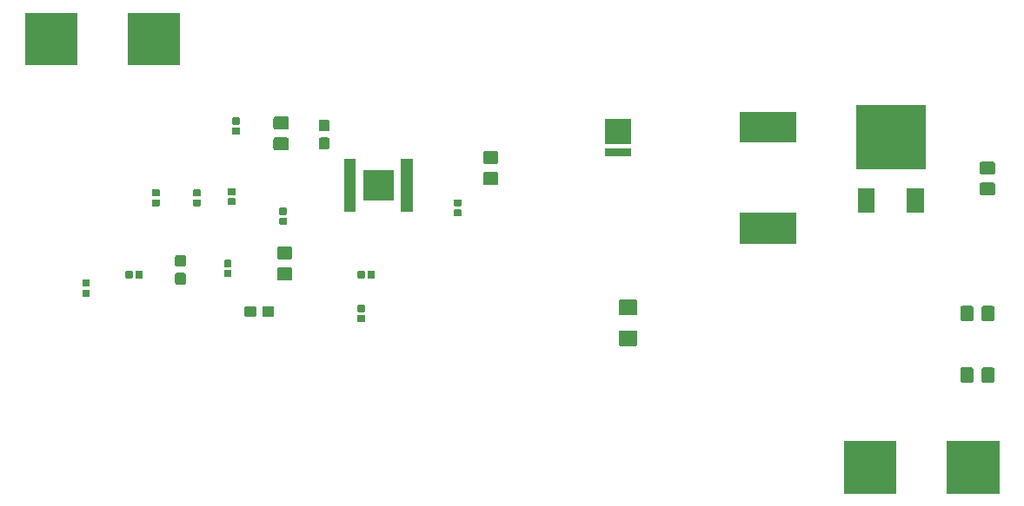
<source format=gbr>
G04 #@! TF.GenerationSoftware,KiCad,Pcbnew,5.0.2-bee76a0~70~ubuntu18.04.1*
G04 #@! TF.CreationDate,2019-04-11T17:57:36-07:00*
G04 #@! TF.ProjectId,BuckBoostInverter,4275636b-426f-46f7-9374-496e76657274,rev?*
G04 #@! TF.SameCoordinates,Original*
G04 #@! TF.FileFunction,Soldermask,Top*
G04 #@! TF.FilePolarity,Negative*
%FSLAX46Y46*%
G04 Gerber Fmt 4.6, Leading zero omitted, Abs format (unit mm)*
G04 Created by KiCad (PCBNEW 5.0.2-bee76a0~70~ubuntu18.04.1) date Thu 11 Apr 2019 05:57:36 PM PDT*
%MOMM*%
%LPD*%
G01*
G04 APERTURE LIST*
%ADD10C,0.100000*%
G04 APERTURE END LIST*
D10*
G36*
X167151000Y-118951000D02*
X162049000Y-118951000D01*
X162049000Y-113849000D01*
X167151000Y-113849000D01*
X167151000Y-118951000D01*
X167151000Y-118951000D01*
G37*
G36*
X157151000Y-118951000D02*
X152049000Y-118951000D01*
X152049000Y-113849000D01*
X157151000Y-113849000D01*
X157151000Y-118951000D01*
X157151000Y-118951000D01*
G37*
G36*
X164463677Y-106653465D02*
X164501364Y-106664898D01*
X164536103Y-106683466D01*
X164566548Y-106708452D01*
X164591534Y-106738897D01*
X164610102Y-106773636D01*
X164621535Y-106811323D01*
X164626000Y-106856661D01*
X164626000Y-107943339D01*
X164621535Y-107988677D01*
X164610102Y-108026364D01*
X164591534Y-108061103D01*
X164566548Y-108091548D01*
X164536103Y-108116534D01*
X164501364Y-108135102D01*
X164463677Y-108146535D01*
X164418339Y-108151000D01*
X163581661Y-108151000D01*
X163536323Y-108146535D01*
X163498636Y-108135102D01*
X163463897Y-108116534D01*
X163433452Y-108091548D01*
X163408466Y-108061103D01*
X163389898Y-108026364D01*
X163378465Y-107988677D01*
X163374000Y-107943339D01*
X163374000Y-106856661D01*
X163378465Y-106811323D01*
X163389898Y-106773636D01*
X163408466Y-106738897D01*
X163433452Y-106708452D01*
X163463897Y-106683466D01*
X163498636Y-106664898D01*
X163536323Y-106653465D01*
X163581661Y-106649000D01*
X164418339Y-106649000D01*
X164463677Y-106653465D01*
X164463677Y-106653465D01*
G37*
G36*
X166513677Y-106653465D02*
X166551364Y-106664898D01*
X166586103Y-106683466D01*
X166616548Y-106708452D01*
X166641534Y-106738897D01*
X166660102Y-106773636D01*
X166671535Y-106811323D01*
X166676000Y-106856661D01*
X166676000Y-107943339D01*
X166671535Y-107988677D01*
X166660102Y-108026364D01*
X166641534Y-108061103D01*
X166616548Y-108091548D01*
X166586103Y-108116534D01*
X166551364Y-108135102D01*
X166513677Y-108146535D01*
X166468339Y-108151000D01*
X165631661Y-108151000D01*
X165586323Y-108146535D01*
X165548636Y-108135102D01*
X165513897Y-108116534D01*
X165483452Y-108091548D01*
X165458466Y-108061103D01*
X165439898Y-108026364D01*
X165428465Y-107988677D01*
X165424000Y-107943339D01*
X165424000Y-106856661D01*
X165428465Y-106811323D01*
X165439898Y-106773636D01*
X165458466Y-106738897D01*
X165483452Y-106708452D01*
X165513897Y-106683466D01*
X165548636Y-106664898D01*
X165586323Y-106653465D01*
X165631661Y-106649000D01*
X166468339Y-106649000D01*
X166513677Y-106653465D01*
X166513677Y-106653465D01*
G37*
G36*
X131775562Y-103040681D02*
X131810477Y-103051273D01*
X131842665Y-103068478D01*
X131870873Y-103091627D01*
X131894022Y-103119835D01*
X131911227Y-103152023D01*
X131921819Y-103186938D01*
X131926000Y-103229395D01*
X131926000Y-104370605D01*
X131921819Y-104413062D01*
X131911227Y-104447977D01*
X131894022Y-104480165D01*
X131870873Y-104508373D01*
X131842665Y-104531522D01*
X131810477Y-104548727D01*
X131775562Y-104559319D01*
X131733105Y-104563500D01*
X130266895Y-104563500D01*
X130224438Y-104559319D01*
X130189523Y-104548727D01*
X130157335Y-104531522D01*
X130129127Y-104508373D01*
X130105978Y-104480165D01*
X130088773Y-104447977D01*
X130078181Y-104413062D01*
X130074000Y-104370605D01*
X130074000Y-103229395D01*
X130078181Y-103186938D01*
X130088773Y-103152023D01*
X130105978Y-103119835D01*
X130129127Y-103091627D01*
X130157335Y-103068478D01*
X130189523Y-103051273D01*
X130224438Y-103040681D01*
X130266895Y-103036500D01*
X131733105Y-103036500D01*
X131775562Y-103040681D01*
X131775562Y-103040681D01*
G37*
G36*
X105281938Y-101541716D02*
X105302556Y-101547970D01*
X105321556Y-101558126D01*
X105338208Y-101571792D01*
X105351874Y-101588444D01*
X105362030Y-101607444D01*
X105368284Y-101628062D01*
X105371000Y-101655640D01*
X105371000Y-102114360D01*
X105368284Y-102141938D01*
X105362030Y-102162556D01*
X105351874Y-102181556D01*
X105338208Y-102198208D01*
X105321556Y-102211874D01*
X105302556Y-102222030D01*
X105281938Y-102228284D01*
X105254360Y-102231000D01*
X104745640Y-102231000D01*
X104718062Y-102228284D01*
X104697444Y-102222030D01*
X104678444Y-102211874D01*
X104661792Y-102198208D01*
X104648126Y-102181556D01*
X104637970Y-102162556D01*
X104631716Y-102141938D01*
X104629000Y-102114360D01*
X104629000Y-101655640D01*
X104631716Y-101628062D01*
X104637970Y-101607444D01*
X104648126Y-101588444D01*
X104661792Y-101571792D01*
X104678444Y-101558126D01*
X104697444Y-101547970D01*
X104718062Y-101541716D01*
X104745640Y-101539000D01*
X105254360Y-101539000D01*
X105281938Y-101541716D01*
X105281938Y-101541716D01*
G37*
G36*
X166513677Y-100653465D02*
X166551364Y-100664898D01*
X166586103Y-100683466D01*
X166616548Y-100708452D01*
X166641534Y-100738897D01*
X166660102Y-100773636D01*
X166671535Y-100811323D01*
X166676000Y-100856661D01*
X166676000Y-101943339D01*
X166671535Y-101988677D01*
X166660102Y-102026364D01*
X166641534Y-102061103D01*
X166616548Y-102091548D01*
X166586103Y-102116534D01*
X166551364Y-102135102D01*
X166513677Y-102146535D01*
X166468339Y-102151000D01*
X165631661Y-102151000D01*
X165586323Y-102146535D01*
X165548636Y-102135102D01*
X165513897Y-102116534D01*
X165483452Y-102091548D01*
X165458466Y-102061103D01*
X165439898Y-102026364D01*
X165428465Y-101988677D01*
X165424000Y-101943339D01*
X165424000Y-100856661D01*
X165428465Y-100811323D01*
X165439898Y-100773636D01*
X165458466Y-100738897D01*
X165483452Y-100708452D01*
X165513897Y-100683466D01*
X165548636Y-100664898D01*
X165586323Y-100653465D01*
X165631661Y-100649000D01*
X166468339Y-100649000D01*
X166513677Y-100653465D01*
X166513677Y-100653465D01*
G37*
G36*
X164463677Y-100653465D02*
X164501364Y-100664898D01*
X164536103Y-100683466D01*
X164566548Y-100708452D01*
X164591534Y-100738897D01*
X164610102Y-100773636D01*
X164621535Y-100811323D01*
X164626000Y-100856661D01*
X164626000Y-101943339D01*
X164621535Y-101988677D01*
X164610102Y-102026364D01*
X164591534Y-102061103D01*
X164566548Y-102091548D01*
X164536103Y-102116534D01*
X164501364Y-102135102D01*
X164463677Y-102146535D01*
X164418339Y-102151000D01*
X163581661Y-102151000D01*
X163536323Y-102146535D01*
X163498636Y-102135102D01*
X163463897Y-102116534D01*
X163433452Y-102091548D01*
X163408466Y-102061103D01*
X163389898Y-102026364D01*
X163378465Y-101988677D01*
X163374000Y-101943339D01*
X163374000Y-100856661D01*
X163378465Y-100811323D01*
X163389898Y-100773636D01*
X163408466Y-100738897D01*
X163433452Y-100708452D01*
X163463897Y-100683466D01*
X163498636Y-100664898D01*
X163536323Y-100653465D01*
X163581661Y-100649000D01*
X164418339Y-100649000D01*
X164463677Y-100653465D01*
X164463677Y-100653465D01*
G37*
G36*
X96364499Y-100678445D02*
X96401993Y-100689819D01*
X96436557Y-100708294D01*
X96466847Y-100733153D01*
X96491706Y-100763443D01*
X96510181Y-100798007D01*
X96521555Y-100835501D01*
X96526000Y-100880638D01*
X96526000Y-101519362D01*
X96521555Y-101564499D01*
X96510181Y-101601993D01*
X96491706Y-101636557D01*
X96466847Y-101666847D01*
X96436557Y-101691706D01*
X96401993Y-101710181D01*
X96364499Y-101721555D01*
X96319362Y-101726000D01*
X95580638Y-101726000D01*
X95535501Y-101721555D01*
X95498007Y-101710181D01*
X95463443Y-101691706D01*
X95433153Y-101666847D01*
X95408294Y-101636557D01*
X95389819Y-101601993D01*
X95378445Y-101564499D01*
X95374000Y-101519362D01*
X95374000Y-100880638D01*
X95378445Y-100835501D01*
X95389819Y-100798007D01*
X95408294Y-100763443D01*
X95433153Y-100733153D01*
X95463443Y-100708294D01*
X95498007Y-100689819D01*
X95535501Y-100678445D01*
X95580638Y-100674000D01*
X96319362Y-100674000D01*
X96364499Y-100678445D01*
X96364499Y-100678445D01*
G37*
G36*
X94614499Y-100678445D02*
X94651993Y-100689819D01*
X94686557Y-100708294D01*
X94716847Y-100733153D01*
X94741706Y-100763443D01*
X94760181Y-100798007D01*
X94771555Y-100835501D01*
X94776000Y-100880638D01*
X94776000Y-101519362D01*
X94771555Y-101564499D01*
X94760181Y-101601993D01*
X94741706Y-101636557D01*
X94716847Y-101666847D01*
X94686557Y-101691706D01*
X94651993Y-101710181D01*
X94614499Y-101721555D01*
X94569362Y-101726000D01*
X93830638Y-101726000D01*
X93785501Y-101721555D01*
X93748007Y-101710181D01*
X93713443Y-101691706D01*
X93683153Y-101666847D01*
X93658294Y-101636557D01*
X93639819Y-101601993D01*
X93628445Y-101564499D01*
X93624000Y-101519362D01*
X93624000Y-100880638D01*
X93628445Y-100835501D01*
X93639819Y-100798007D01*
X93658294Y-100763443D01*
X93683153Y-100733153D01*
X93713443Y-100708294D01*
X93748007Y-100689819D01*
X93785501Y-100678445D01*
X93830638Y-100674000D01*
X94569362Y-100674000D01*
X94614499Y-100678445D01*
X94614499Y-100678445D01*
G37*
G36*
X131775562Y-100065681D02*
X131810477Y-100076273D01*
X131842665Y-100093478D01*
X131870873Y-100116627D01*
X131894022Y-100144835D01*
X131911227Y-100177023D01*
X131921819Y-100211938D01*
X131926000Y-100254395D01*
X131926000Y-101395605D01*
X131921819Y-101438062D01*
X131911227Y-101472977D01*
X131894022Y-101505165D01*
X131870873Y-101533373D01*
X131842665Y-101556522D01*
X131810477Y-101573727D01*
X131775562Y-101584319D01*
X131733105Y-101588500D01*
X130266895Y-101588500D01*
X130224438Y-101584319D01*
X130189523Y-101573727D01*
X130157335Y-101556522D01*
X130129127Y-101533373D01*
X130105978Y-101505165D01*
X130088773Y-101472977D01*
X130078181Y-101438062D01*
X130074000Y-101395605D01*
X130074000Y-100254395D01*
X130078181Y-100211938D01*
X130088773Y-100177023D01*
X130105978Y-100144835D01*
X130129127Y-100116627D01*
X130157335Y-100093478D01*
X130189523Y-100076273D01*
X130224438Y-100065681D01*
X130266895Y-100061500D01*
X131733105Y-100061500D01*
X131775562Y-100065681D01*
X131775562Y-100065681D01*
G37*
G36*
X105281938Y-100571716D02*
X105302556Y-100577970D01*
X105321556Y-100588126D01*
X105338208Y-100601792D01*
X105351874Y-100618444D01*
X105362030Y-100637444D01*
X105368284Y-100658062D01*
X105371000Y-100685640D01*
X105371000Y-101144360D01*
X105368284Y-101171938D01*
X105362030Y-101192556D01*
X105351874Y-101211556D01*
X105338208Y-101228208D01*
X105321556Y-101241874D01*
X105302556Y-101252030D01*
X105281938Y-101258284D01*
X105254360Y-101261000D01*
X104745640Y-101261000D01*
X104718062Y-101258284D01*
X104697444Y-101252030D01*
X104678444Y-101241874D01*
X104661792Y-101228208D01*
X104648126Y-101211556D01*
X104637970Y-101192556D01*
X104631716Y-101171938D01*
X104629000Y-101144360D01*
X104629000Y-100685640D01*
X104631716Y-100658062D01*
X104637970Y-100637444D01*
X104648126Y-100618444D01*
X104661792Y-100601792D01*
X104678444Y-100588126D01*
X104697444Y-100577970D01*
X104718062Y-100571716D01*
X104745640Y-100569000D01*
X105254360Y-100569000D01*
X105281938Y-100571716D01*
X105281938Y-100571716D01*
G37*
G36*
X78481938Y-99056716D02*
X78502556Y-99062970D01*
X78521556Y-99073126D01*
X78538208Y-99086792D01*
X78551874Y-99103444D01*
X78562030Y-99122444D01*
X78568284Y-99143062D01*
X78571000Y-99170640D01*
X78571000Y-99629360D01*
X78568284Y-99656938D01*
X78562030Y-99677556D01*
X78551874Y-99696556D01*
X78538208Y-99713208D01*
X78521556Y-99726874D01*
X78502556Y-99737030D01*
X78481938Y-99743284D01*
X78454360Y-99746000D01*
X77945640Y-99746000D01*
X77918062Y-99743284D01*
X77897444Y-99737030D01*
X77878444Y-99726874D01*
X77861792Y-99713208D01*
X77848126Y-99696556D01*
X77837970Y-99677556D01*
X77831716Y-99656938D01*
X77829000Y-99629360D01*
X77829000Y-99170640D01*
X77831716Y-99143062D01*
X77837970Y-99122444D01*
X77848126Y-99103444D01*
X77861792Y-99086792D01*
X77878444Y-99073126D01*
X77897444Y-99062970D01*
X77918062Y-99056716D01*
X77945640Y-99054000D01*
X78454360Y-99054000D01*
X78481938Y-99056716D01*
X78481938Y-99056716D01*
G37*
G36*
X78481938Y-98086716D02*
X78502556Y-98092970D01*
X78521556Y-98103126D01*
X78538208Y-98116792D01*
X78551874Y-98133444D01*
X78562030Y-98152444D01*
X78568284Y-98173062D01*
X78571000Y-98200640D01*
X78571000Y-98659360D01*
X78568284Y-98686938D01*
X78562030Y-98707556D01*
X78551874Y-98726556D01*
X78538208Y-98743208D01*
X78521556Y-98756874D01*
X78502556Y-98767030D01*
X78481938Y-98773284D01*
X78454360Y-98776000D01*
X77945640Y-98776000D01*
X77918062Y-98773284D01*
X77897444Y-98767030D01*
X77878444Y-98756874D01*
X77861792Y-98743208D01*
X77848126Y-98726556D01*
X77837970Y-98707556D01*
X77831716Y-98686938D01*
X77829000Y-98659360D01*
X77829000Y-98200640D01*
X77831716Y-98173062D01*
X77837970Y-98152444D01*
X77848126Y-98133444D01*
X77861792Y-98116792D01*
X77878444Y-98103126D01*
X77897444Y-98092970D01*
X77918062Y-98086716D01*
X77945640Y-98084000D01*
X78454360Y-98084000D01*
X78481938Y-98086716D01*
X78481938Y-98086716D01*
G37*
G36*
X87764499Y-97428445D02*
X87801993Y-97439819D01*
X87836557Y-97458294D01*
X87866847Y-97483153D01*
X87891706Y-97513443D01*
X87910181Y-97548007D01*
X87921555Y-97585501D01*
X87926000Y-97630638D01*
X87926000Y-98369362D01*
X87921555Y-98414499D01*
X87910181Y-98451993D01*
X87891706Y-98486557D01*
X87866847Y-98516847D01*
X87836557Y-98541706D01*
X87801993Y-98560181D01*
X87764499Y-98571555D01*
X87719362Y-98576000D01*
X87080638Y-98576000D01*
X87035501Y-98571555D01*
X86998007Y-98560181D01*
X86963443Y-98541706D01*
X86933153Y-98516847D01*
X86908294Y-98486557D01*
X86889819Y-98451993D01*
X86878445Y-98414499D01*
X86874000Y-98369362D01*
X86874000Y-97630638D01*
X86878445Y-97585501D01*
X86889819Y-97548007D01*
X86908294Y-97513443D01*
X86933153Y-97483153D01*
X86963443Y-97458294D01*
X86998007Y-97439819D01*
X87035501Y-97428445D01*
X87080638Y-97424000D01*
X87719362Y-97424000D01*
X87764499Y-97428445D01*
X87764499Y-97428445D01*
G37*
G36*
X98133677Y-96923465D02*
X98171364Y-96934898D01*
X98206103Y-96953466D01*
X98236548Y-96978452D01*
X98261534Y-97008897D01*
X98280102Y-97043636D01*
X98291535Y-97081323D01*
X98296000Y-97126661D01*
X98296000Y-97963339D01*
X98291535Y-98008677D01*
X98280102Y-98046364D01*
X98261534Y-98081103D01*
X98236548Y-98111548D01*
X98206103Y-98136534D01*
X98171364Y-98155102D01*
X98133677Y-98166535D01*
X98088339Y-98171000D01*
X97001661Y-98171000D01*
X96956323Y-98166535D01*
X96918636Y-98155102D01*
X96883897Y-98136534D01*
X96853452Y-98111548D01*
X96828466Y-98081103D01*
X96809898Y-98046364D01*
X96798465Y-98008677D01*
X96794000Y-97963339D01*
X96794000Y-97126661D01*
X96798465Y-97081323D01*
X96809898Y-97043636D01*
X96828466Y-97008897D01*
X96853452Y-96978452D01*
X96883897Y-96953466D01*
X96918636Y-96934898D01*
X96956323Y-96923465D01*
X97001661Y-96919000D01*
X98088339Y-96919000D01*
X98133677Y-96923465D01*
X98133677Y-96923465D01*
G37*
G36*
X106226938Y-97231716D02*
X106247556Y-97237970D01*
X106266556Y-97248126D01*
X106283208Y-97261792D01*
X106296874Y-97278444D01*
X106307030Y-97297444D01*
X106313284Y-97318062D01*
X106316000Y-97345640D01*
X106316000Y-97854360D01*
X106313284Y-97881938D01*
X106307030Y-97902556D01*
X106296874Y-97921556D01*
X106283208Y-97938208D01*
X106266556Y-97951874D01*
X106247556Y-97962030D01*
X106226938Y-97968284D01*
X106199360Y-97971000D01*
X105740640Y-97971000D01*
X105713062Y-97968284D01*
X105692444Y-97962030D01*
X105673444Y-97951874D01*
X105656792Y-97938208D01*
X105643126Y-97921556D01*
X105632970Y-97902556D01*
X105626716Y-97881938D01*
X105624000Y-97854360D01*
X105624000Y-97345640D01*
X105626716Y-97318062D01*
X105632970Y-97297444D01*
X105643126Y-97278444D01*
X105656792Y-97261792D01*
X105673444Y-97248126D01*
X105692444Y-97237970D01*
X105713062Y-97231716D01*
X105740640Y-97229000D01*
X106199360Y-97229000D01*
X106226938Y-97231716D01*
X106226938Y-97231716D01*
G37*
G36*
X83626938Y-97231716D02*
X83647556Y-97237970D01*
X83666556Y-97248126D01*
X83683208Y-97261792D01*
X83696874Y-97278444D01*
X83707030Y-97297444D01*
X83713284Y-97318062D01*
X83716000Y-97345640D01*
X83716000Y-97854360D01*
X83713284Y-97881938D01*
X83707030Y-97902556D01*
X83696874Y-97921556D01*
X83683208Y-97938208D01*
X83666556Y-97951874D01*
X83647556Y-97962030D01*
X83626938Y-97968284D01*
X83599360Y-97971000D01*
X83140640Y-97971000D01*
X83113062Y-97968284D01*
X83092444Y-97962030D01*
X83073444Y-97951874D01*
X83056792Y-97938208D01*
X83043126Y-97921556D01*
X83032970Y-97902556D01*
X83026716Y-97881938D01*
X83024000Y-97854360D01*
X83024000Y-97345640D01*
X83026716Y-97318062D01*
X83032970Y-97297444D01*
X83043126Y-97278444D01*
X83056792Y-97261792D01*
X83073444Y-97248126D01*
X83092444Y-97237970D01*
X83113062Y-97231716D01*
X83140640Y-97229000D01*
X83599360Y-97229000D01*
X83626938Y-97231716D01*
X83626938Y-97231716D01*
G37*
G36*
X82656938Y-97231716D02*
X82677556Y-97237970D01*
X82696556Y-97248126D01*
X82713208Y-97261792D01*
X82726874Y-97278444D01*
X82737030Y-97297444D01*
X82743284Y-97318062D01*
X82746000Y-97345640D01*
X82746000Y-97854360D01*
X82743284Y-97881938D01*
X82737030Y-97902556D01*
X82726874Y-97921556D01*
X82713208Y-97938208D01*
X82696556Y-97951874D01*
X82677556Y-97962030D01*
X82656938Y-97968284D01*
X82629360Y-97971000D01*
X82170640Y-97971000D01*
X82143062Y-97968284D01*
X82122444Y-97962030D01*
X82103444Y-97951874D01*
X82086792Y-97938208D01*
X82073126Y-97921556D01*
X82062970Y-97902556D01*
X82056716Y-97881938D01*
X82054000Y-97854360D01*
X82054000Y-97345640D01*
X82056716Y-97318062D01*
X82062970Y-97297444D01*
X82073126Y-97278444D01*
X82086792Y-97261792D01*
X82103444Y-97248126D01*
X82122444Y-97237970D01*
X82143062Y-97231716D01*
X82170640Y-97229000D01*
X82629360Y-97229000D01*
X82656938Y-97231716D01*
X82656938Y-97231716D01*
G37*
G36*
X105256938Y-97231716D02*
X105277556Y-97237970D01*
X105296556Y-97248126D01*
X105313208Y-97261792D01*
X105326874Y-97278444D01*
X105337030Y-97297444D01*
X105343284Y-97318062D01*
X105346000Y-97345640D01*
X105346000Y-97854360D01*
X105343284Y-97881938D01*
X105337030Y-97902556D01*
X105326874Y-97921556D01*
X105313208Y-97938208D01*
X105296556Y-97951874D01*
X105277556Y-97962030D01*
X105256938Y-97968284D01*
X105229360Y-97971000D01*
X104770640Y-97971000D01*
X104743062Y-97968284D01*
X104722444Y-97962030D01*
X104703444Y-97951874D01*
X104686792Y-97938208D01*
X104673126Y-97921556D01*
X104662970Y-97902556D01*
X104656716Y-97881938D01*
X104654000Y-97854360D01*
X104654000Y-97345640D01*
X104656716Y-97318062D01*
X104662970Y-97297444D01*
X104673126Y-97278444D01*
X104686792Y-97261792D01*
X104703444Y-97248126D01*
X104722444Y-97237970D01*
X104743062Y-97231716D01*
X104770640Y-97229000D01*
X105229360Y-97229000D01*
X105256938Y-97231716D01*
X105256938Y-97231716D01*
G37*
G36*
X92281938Y-97141716D02*
X92302556Y-97147970D01*
X92321556Y-97158126D01*
X92338208Y-97171792D01*
X92351874Y-97188444D01*
X92362030Y-97207444D01*
X92368284Y-97228062D01*
X92371000Y-97255640D01*
X92371000Y-97714360D01*
X92368284Y-97741938D01*
X92362030Y-97762556D01*
X92351874Y-97781556D01*
X92338208Y-97798208D01*
X92321556Y-97811874D01*
X92302556Y-97822030D01*
X92281938Y-97828284D01*
X92254360Y-97831000D01*
X91745640Y-97831000D01*
X91718062Y-97828284D01*
X91697444Y-97822030D01*
X91678444Y-97811874D01*
X91661792Y-97798208D01*
X91648126Y-97781556D01*
X91637970Y-97762556D01*
X91631716Y-97741938D01*
X91629000Y-97714360D01*
X91629000Y-97255640D01*
X91631716Y-97228062D01*
X91637970Y-97207444D01*
X91648126Y-97188444D01*
X91661792Y-97171792D01*
X91678444Y-97158126D01*
X91697444Y-97147970D01*
X91718062Y-97141716D01*
X91745640Y-97139000D01*
X92254360Y-97139000D01*
X92281938Y-97141716D01*
X92281938Y-97141716D01*
G37*
G36*
X92281938Y-96171716D02*
X92302556Y-96177970D01*
X92321556Y-96188126D01*
X92338208Y-96201792D01*
X92351874Y-96218444D01*
X92362030Y-96237444D01*
X92368284Y-96258062D01*
X92371000Y-96285640D01*
X92371000Y-96744360D01*
X92368284Y-96771938D01*
X92362030Y-96792556D01*
X92351874Y-96811556D01*
X92338208Y-96828208D01*
X92321556Y-96841874D01*
X92302556Y-96852030D01*
X92281938Y-96858284D01*
X92254360Y-96861000D01*
X91745640Y-96861000D01*
X91718062Y-96858284D01*
X91697444Y-96852030D01*
X91678444Y-96841874D01*
X91661792Y-96828208D01*
X91648126Y-96811556D01*
X91637970Y-96792556D01*
X91631716Y-96771938D01*
X91629000Y-96744360D01*
X91629000Y-96285640D01*
X91631716Y-96258062D01*
X91637970Y-96237444D01*
X91648126Y-96218444D01*
X91661792Y-96201792D01*
X91678444Y-96188126D01*
X91697444Y-96177970D01*
X91718062Y-96171716D01*
X91745640Y-96169000D01*
X92254360Y-96169000D01*
X92281938Y-96171716D01*
X92281938Y-96171716D01*
G37*
G36*
X87764499Y-95678445D02*
X87801993Y-95689819D01*
X87836557Y-95708294D01*
X87866847Y-95733153D01*
X87891706Y-95763443D01*
X87910181Y-95798007D01*
X87921555Y-95835501D01*
X87926000Y-95880638D01*
X87926000Y-96619362D01*
X87921555Y-96664499D01*
X87910181Y-96701993D01*
X87891706Y-96736557D01*
X87866847Y-96766847D01*
X87836557Y-96791706D01*
X87801993Y-96810181D01*
X87764499Y-96821555D01*
X87719362Y-96826000D01*
X87080638Y-96826000D01*
X87035501Y-96821555D01*
X86998007Y-96810181D01*
X86963443Y-96791706D01*
X86933153Y-96766847D01*
X86908294Y-96736557D01*
X86889819Y-96701993D01*
X86878445Y-96664499D01*
X86874000Y-96619362D01*
X86874000Y-95880638D01*
X86878445Y-95835501D01*
X86889819Y-95798007D01*
X86908294Y-95763443D01*
X86933153Y-95733153D01*
X86963443Y-95708294D01*
X86998007Y-95689819D01*
X87035501Y-95678445D01*
X87080638Y-95674000D01*
X87719362Y-95674000D01*
X87764499Y-95678445D01*
X87764499Y-95678445D01*
G37*
G36*
X98133677Y-94873465D02*
X98171364Y-94884898D01*
X98206103Y-94903466D01*
X98236548Y-94928452D01*
X98261534Y-94958897D01*
X98280102Y-94993636D01*
X98291535Y-95031323D01*
X98296000Y-95076661D01*
X98296000Y-95913339D01*
X98291535Y-95958677D01*
X98280102Y-95996364D01*
X98261534Y-96031103D01*
X98236548Y-96061548D01*
X98206103Y-96086534D01*
X98171364Y-96105102D01*
X98133677Y-96116535D01*
X98088339Y-96121000D01*
X97001661Y-96121000D01*
X96956323Y-96116535D01*
X96918636Y-96105102D01*
X96883897Y-96086534D01*
X96853452Y-96061548D01*
X96828466Y-96031103D01*
X96809898Y-95996364D01*
X96798465Y-95958677D01*
X96794000Y-95913339D01*
X96794000Y-95076661D01*
X96798465Y-95031323D01*
X96809898Y-94993636D01*
X96828466Y-94958897D01*
X96853452Y-94928452D01*
X96883897Y-94903466D01*
X96918636Y-94884898D01*
X96956323Y-94873465D01*
X97001661Y-94869000D01*
X98088339Y-94869000D01*
X98133677Y-94873465D01*
X98133677Y-94873465D01*
G37*
G36*
X147351000Y-94601000D02*
X141849000Y-94601000D01*
X141849000Y-91599000D01*
X147351000Y-91599000D01*
X147351000Y-94601000D01*
X147351000Y-94601000D01*
G37*
G36*
X97681938Y-92056716D02*
X97702556Y-92062970D01*
X97721556Y-92073126D01*
X97738208Y-92086792D01*
X97751874Y-92103444D01*
X97762030Y-92122444D01*
X97768284Y-92143062D01*
X97771000Y-92170640D01*
X97771000Y-92629360D01*
X97768284Y-92656938D01*
X97762030Y-92677556D01*
X97751874Y-92696556D01*
X97738208Y-92713208D01*
X97721556Y-92726874D01*
X97702556Y-92737030D01*
X97681938Y-92743284D01*
X97654360Y-92746000D01*
X97145640Y-92746000D01*
X97118062Y-92743284D01*
X97097444Y-92737030D01*
X97078444Y-92726874D01*
X97061792Y-92713208D01*
X97048126Y-92696556D01*
X97037970Y-92677556D01*
X97031716Y-92656938D01*
X97029000Y-92629360D01*
X97029000Y-92170640D01*
X97031716Y-92143062D01*
X97037970Y-92122444D01*
X97048126Y-92103444D01*
X97061792Y-92086792D01*
X97078444Y-92073126D01*
X97097444Y-92062970D01*
X97118062Y-92056716D01*
X97145640Y-92054000D01*
X97654360Y-92054000D01*
X97681938Y-92056716D01*
X97681938Y-92056716D01*
G37*
G36*
X114681938Y-91226716D02*
X114702556Y-91232970D01*
X114721556Y-91243126D01*
X114738208Y-91256792D01*
X114751874Y-91273444D01*
X114762030Y-91292444D01*
X114768284Y-91313062D01*
X114771000Y-91340640D01*
X114771000Y-91799360D01*
X114768284Y-91826938D01*
X114762030Y-91847556D01*
X114751874Y-91866556D01*
X114738208Y-91883208D01*
X114721556Y-91896874D01*
X114702556Y-91907030D01*
X114681938Y-91913284D01*
X114654360Y-91916000D01*
X114145640Y-91916000D01*
X114118062Y-91913284D01*
X114097444Y-91907030D01*
X114078444Y-91896874D01*
X114061792Y-91883208D01*
X114048126Y-91866556D01*
X114037970Y-91847556D01*
X114031716Y-91826938D01*
X114029000Y-91799360D01*
X114029000Y-91340640D01*
X114031716Y-91313062D01*
X114037970Y-91292444D01*
X114048126Y-91273444D01*
X114061792Y-91256792D01*
X114078444Y-91243126D01*
X114097444Y-91232970D01*
X114118062Y-91226716D01*
X114145640Y-91224000D01*
X114654360Y-91224000D01*
X114681938Y-91226716D01*
X114681938Y-91226716D01*
G37*
G36*
X97681938Y-91086716D02*
X97702556Y-91092970D01*
X97721556Y-91103126D01*
X97738208Y-91116792D01*
X97751874Y-91133444D01*
X97762030Y-91152444D01*
X97768284Y-91173062D01*
X97771000Y-91200640D01*
X97771000Y-91659360D01*
X97768284Y-91686938D01*
X97762030Y-91707556D01*
X97751874Y-91726556D01*
X97738208Y-91743208D01*
X97721556Y-91756874D01*
X97702556Y-91767030D01*
X97681938Y-91773284D01*
X97654360Y-91776000D01*
X97145640Y-91776000D01*
X97118062Y-91773284D01*
X97097444Y-91767030D01*
X97078444Y-91756874D01*
X97061792Y-91743208D01*
X97048126Y-91726556D01*
X97037970Y-91707556D01*
X97031716Y-91686938D01*
X97029000Y-91659360D01*
X97029000Y-91200640D01*
X97031716Y-91173062D01*
X97037970Y-91152444D01*
X97048126Y-91133444D01*
X97061792Y-91116792D01*
X97078444Y-91103126D01*
X97097444Y-91092970D01*
X97118062Y-91086716D01*
X97145640Y-91084000D01*
X97654360Y-91084000D01*
X97681938Y-91086716D01*
X97681938Y-91086716D01*
G37*
G36*
X159793000Y-91536000D02*
X158167000Y-91536000D01*
X158167000Y-89154000D01*
X159793000Y-89154000D01*
X159793000Y-91536000D01*
X159793000Y-91536000D01*
G37*
G36*
X155033000Y-91536000D02*
X153407000Y-91536000D01*
X153407000Y-89154000D01*
X155033000Y-89154000D01*
X155033000Y-91536000D01*
X155033000Y-91536000D01*
G37*
G36*
X104481000Y-91451000D02*
X103329000Y-91451000D01*
X103329000Y-86349000D01*
X104481000Y-86349000D01*
X104481000Y-91451000D01*
X104481000Y-91451000D01*
G37*
G36*
X110031000Y-91451000D02*
X108879000Y-91451000D01*
X108879000Y-86349000D01*
X110031000Y-86349000D01*
X110031000Y-91451000D01*
X110031000Y-91451000D01*
G37*
G36*
X89281938Y-90256716D02*
X89302556Y-90262970D01*
X89321556Y-90273126D01*
X89338208Y-90286792D01*
X89351874Y-90303444D01*
X89362030Y-90322444D01*
X89368284Y-90343062D01*
X89371000Y-90370640D01*
X89371000Y-90829360D01*
X89368284Y-90856938D01*
X89362030Y-90877556D01*
X89351874Y-90896556D01*
X89338208Y-90913208D01*
X89321556Y-90926874D01*
X89302556Y-90937030D01*
X89281938Y-90943284D01*
X89254360Y-90946000D01*
X88745640Y-90946000D01*
X88718062Y-90943284D01*
X88697444Y-90937030D01*
X88678444Y-90926874D01*
X88661792Y-90913208D01*
X88648126Y-90896556D01*
X88637970Y-90877556D01*
X88631716Y-90856938D01*
X88629000Y-90829360D01*
X88629000Y-90370640D01*
X88631716Y-90343062D01*
X88637970Y-90322444D01*
X88648126Y-90303444D01*
X88661792Y-90286792D01*
X88678444Y-90273126D01*
X88697444Y-90262970D01*
X88718062Y-90256716D01*
X88745640Y-90254000D01*
X89254360Y-90254000D01*
X89281938Y-90256716D01*
X89281938Y-90256716D01*
G37*
G36*
X85281938Y-90256716D02*
X85302556Y-90262970D01*
X85321556Y-90273126D01*
X85338208Y-90286792D01*
X85351874Y-90303444D01*
X85362030Y-90322444D01*
X85368284Y-90343062D01*
X85371000Y-90370640D01*
X85371000Y-90829360D01*
X85368284Y-90856938D01*
X85362030Y-90877556D01*
X85351874Y-90896556D01*
X85338208Y-90913208D01*
X85321556Y-90926874D01*
X85302556Y-90937030D01*
X85281938Y-90943284D01*
X85254360Y-90946000D01*
X84745640Y-90946000D01*
X84718062Y-90943284D01*
X84697444Y-90937030D01*
X84678444Y-90926874D01*
X84661792Y-90913208D01*
X84648126Y-90896556D01*
X84637970Y-90877556D01*
X84631716Y-90856938D01*
X84629000Y-90829360D01*
X84629000Y-90370640D01*
X84631716Y-90343062D01*
X84637970Y-90322444D01*
X84648126Y-90303444D01*
X84661792Y-90286792D01*
X84678444Y-90273126D01*
X84697444Y-90262970D01*
X84718062Y-90256716D01*
X84745640Y-90254000D01*
X85254360Y-90254000D01*
X85281938Y-90256716D01*
X85281938Y-90256716D01*
G37*
G36*
X114681938Y-90256716D02*
X114702556Y-90262970D01*
X114721556Y-90273126D01*
X114738208Y-90286792D01*
X114751874Y-90303444D01*
X114762030Y-90322444D01*
X114768284Y-90343062D01*
X114771000Y-90370640D01*
X114771000Y-90829360D01*
X114768284Y-90856938D01*
X114762030Y-90877556D01*
X114751874Y-90896556D01*
X114738208Y-90913208D01*
X114721556Y-90926874D01*
X114702556Y-90937030D01*
X114681938Y-90943284D01*
X114654360Y-90946000D01*
X114145640Y-90946000D01*
X114118062Y-90943284D01*
X114097444Y-90937030D01*
X114078444Y-90926874D01*
X114061792Y-90913208D01*
X114048126Y-90896556D01*
X114037970Y-90877556D01*
X114031716Y-90856938D01*
X114029000Y-90829360D01*
X114029000Y-90370640D01*
X114031716Y-90343062D01*
X114037970Y-90322444D01*
X114048126Y-90303444D01*
X114061792Y-90286792D01*
X114078444Y-90273126D01*
X114097444Y-90262970D01*
X114118062Y-90256716D01*
X114145640Y-90254000D01*
X114654360Y-90254000D01*
X114681938Y-90256716D01*
X114681938Y-90256716D01*
G37*
G36*
X92681938Y-90141716D02*
X92702556Y-90147970D01*
X92721556Y-90158126D01*
X92738208Y-90171792D01*
X92751874Y-90188444D01*
X92762030Y-90207444D01*
X92768284Y-90228062D01*
X92771000Y-90255640D01*
X92771000Y-90714360D01*
X92768284Y-90741938D01*
X92762030Y-90762556D01*
X92751874Y-90781556D01*
X92738208Y-90798208D01*
X92721556Y-90811874D01*
X92702556Y-90822030D01*
X92681938Y-90828284D01*
X92654360Y-90831000D01*
X92145640Y-90831000D01*
X92118062Y-90828284D01*
X92097444Y-90822030D01*
X92078444Y-90811874D01*
X92061792Y-90798208D01*
X92048126Y-90781556D01*
X92037970Y-90762556D01*
X92031716Y-90741938D01*
X92029000Y-90714360D01*
X92029000Y-90255640D01*
X92031716Y-90228062D01*
X92037970Y-90207444D01*
X92048126Y-90188444D01*
X92061792Y-90171792D01*
X92078444Y-90158126D01*
X92097444Y-90147970D01*
X92118062Y-90141716D01*
X92145640Y-90139000D01*
X92654360Y-90139000D01*
X92681938Y-90141716D01*
X92681938Y-90141716D01*
G37*
G36*
X108180000Y-90400000D02*
X105180000Y-90400000D01*
X105180000Y-87400000D01*
X108180000Y-87400000D01*
X108180000Y-90400000D01*
X108180000Y-90400000D01*
G37*
G36*
X89281938Y-89286716D02*
X89302556Y-89292970D01*
X89321556Y-89303126D01*
X89338208Y-89316792D01*
X89351874Y-89333444D01*
X89362030Y-89352444D01*
X89368284Y-89373062D01*
X89371000Y-89400640D01*
X89371000Y-89859360D01*
X89368284Y-89886938D01*
X89362030Y-89907556D01*
X89351874Y-89926556D01*
X89338208Y-89943208D01*
X89321556Y-89956874D01*
X89302556Y-89967030D01*
X89281938Y-89973284D01*
X89254360Y-89976000D01*
X88745640Y-89976000D01*
X88718062Y-89973284D01*
X88697444Y-89967030D01*
X88678444Y-89956874D01*
X88661792Y-89943208D01*
X88648126Y-89926556D01*
X88637970Y-89907556D01*
X88631716Y-89886938D01*
X88629000Y-89859360D01*
X88629000Y-89400640D01*
X88631716Y-89373062D01*
X88637970Y-89352444D01*
X88648126Y-89333444D01*
X88661792Y-89316792D01*
X88678444Y-89303126D01*
X88697444Y-89292970D01*
X88718062Y-89286716D01*
X88745640Y-89284000D01*
X89254360Y-89284000D01*
X89281938Y-89286716D01*
X89281938Y-89286716D01*
G37*
G36*
X85281938Y-89286716D02*
X85302556Y-89292970D01*
X85321556Y-89303126D01*
X85338208Y-89316792D01*
X85351874Y-89333444D01*
X85362030Y-89352444D01*
X85368284Y-89373062D01*
X85371000Y-89400640D01*
X85371000Y-89859360D01*
X85368284Y-89886938D01*
X85362030Y-89907556D01*
X85351874Y-89926556D01*
X85338208Y-89943208D01*
X85321556Y-89956874D01*
X85302556Y-89967030D01*
X85281938Y-89973284D01*
X85254360Y-89976000D01*
X84745640Y-89976000D01*
X84718062Y-89973284D01*
X84697444Y-89967030D01*
X84678444Y-89956874D01*
X84661792Y-89943208D01*
X84648126Y-89926556D01*
X84637970Y-89907556D01*
X84631716Y-89886938D01*
X84629000Y-89859360D01*
X84629000Y-89400640D01*
X84631716Y-89373062D01*
X84637970Y-89352444D01*
X84648126Y-89333444D01*
X84661792Y-89316792D01*
X84678444Y-89303126D01*
X84697444Y-89292970D01*
X84718062Y-89286716D01*
X84745640Y-89284000D01*
X85254360Y-89284000D01*
X85281938Y-89286716D01*
X85281938Y-89286716D01*
G37*
G36*
X166588677Y-88628465D02*
X166626364Y-88639898D01*
X166661103Y-88658466D01*
X166691548Y-88683452D01*
X166716534Y-88713897D01*
X166735102Y-88748636D01*
X166746535Y-88786323D01*
X166751000Y-88831661D01*
X166751000Y-89668339D01*
X166746535Y-89713677D01*
X166735102Y-89751364D01*
X166716534Y-89786103D01*
X166691548Y-89816548D01*
X166661103Y-89841534D01*
X166626364Y-89860102D01*
X166588677Y-89871535D01*
X166543339Y-89876000D01*
X165456661Y-89876000D01*
X165411323Y-89871535D01*
X165373636Y-89860102D01*
X165338897Y-89841534D01*
X165308452Y-89816548D01*
X165283466Y-89786103D01*
X165264898Y-89751364D01*
X165253465Y-89713677D01*
X165249000Y-89668339D01*
X165249000Y-88831661D01*
X165253465Y-88786323D01*
X165264898Y-88748636D01*
X165283466Y-88713897D01*
X165308452Y-88683452D01*
X165338897Y-88658466D01*
X165373636Y-88639898D01*
X165411323Y-88628465D01*
X165456661Y-88624000D01*
X166543339Y-88624000D01*
X166588677Y-88628465D01*
X166588677Y-88628465D01*
G37*
G36*
X92681938Y-89171716D02*
X92702556Y-89177970D01*
X92721556Y-89188126D01*
X92738208Y-89201792D01*
X92751874Y-89218444D01*
X92762030Y-89237444D01*
X92768284Y-89258062D01*
X92771000Y-89285640D01*
X92771000Y-89744360D01*
X92768284Y-89771938D01*
X92762030Y-89792556D01*
X92751874Y-89811556D01*
X92738208Y-89828208D01*
X92721556Y-89841874D01*
X92702556Y-89852030D01*
X92681938Y-89858284D01*
X92654360Y-89861000D01*
X92145640Y-89861000D01*
X92118062Y-89858284D01*
X92097444Y-89852030D01*
X92078444Y-89841874D01*
X92061792Y-89828208D01*
X92048126Y-89811556D01*
X92037970Y-89792556D01*
X92031716Y-89771938D01*
X92029000Y-89744360D01*
X92029000Y-89285640D01*
X92031716Y-89258062D01*
X92037970Y-89237444D01*
X92048126Y-89218444D01*
X92061792Y-89201792D01*
X92078444Y-89188126D01*
X92097444Y-89177970D01*
X92118062Y-89171716D01*
X92145640Y-89169000D01*
X92654360Y-89169000D01*
X92681938Y-89171716D01*
X92681938Y-89171716D01*
G37*
G36*
X118213677Y-87603465D02*
X118251364Y-87614898D01*
X118286103Y-87633466D01*
X118316548Y-87658452D01*
X118341534Y-87688897D01*
X118360102Y-87723636D01*
X118371535Y-87761323D01*
X118376000Y-87806661D01*
X118376000Y-88643339D01*
X118371535Y-88688677D01*
X118360102Y-88726364D01*
X118341534Y-88761103D01*
X118316548Y-88791548D01*
X118286103Y-88816534D01*
X118251364Y-88835102D01*
X118213677Y-88846535D01*
X118168339Y-88851000D01*
X117081661Y-88851000D01*
X117036323Y-88846535D01*
X116998636Y-88835102D01*
X116963897Y-88816534D01*
X116933452Y-88791548D01*
X116908466Y-88761103D01*
X116889898Y-88726364D01*
X116878465Y-88688677D01*
X116874000Y-88643339D01*
X116874000Y-87806661D01*
X116878465Y-87761323D01*
X116889898Y-87723636D01*
X116908466Y-87688897D01*
X116933452Y-87658452D01*
X116963897Y-87633466D01*
X116998636Y-87614898D01*
X117036323Y-87603465D01*
X117081661Y-87599000D01*
X118168339Y-87599000D01*
X118213677Y-87603465D01*
X118213677Y-87603465D01*
G37*
G36*
X166588677Y-86578465D02*
X166626364Y-86589898D01*
X166661103Y-86608466D01*
X166691548Y-86633452D01*
X166716534Y-86663897D01*
X166735102Y-86698636D01*
X166746535Y-86736323D01*
X166751000Y-86781661D01*
X166751000Y-87618339D01*
X166746535Y-87663677D01*
X166735102Y-87701364D01*
X166716534Y-87736103D01*
X166691548Y-87766548D01*
X166661103Y-87791534D01*
X166626364Y-87810102D01*
X166588677Y-87821535D01*
X166543339Y-87826000D01*
X165456661Y-87826000D01*
X165411323Y-87821535D01*
X165373636Y-87810102D01*
X165338897Y-87791534D01*
X165308452Y-87766548D01*
X165283466Y-87736103D01*
X165264898Y-87701364D01*
X165253465Y-87663677D01*
X165249000Y-87618339D01*
X165249000Y-86781661D01*
X165253465Y-86736323D01*
X165264898Y-86698636D01*
X165283466Y-86663897D01*
X165308452Y-86633452D01*
X165338897Y-86608466D01*
X165373636Y-86589898D01*
X165411323Y-86578465D01*
X165456661Y-86574000D01*
X166543339Y-86574000D01*
X166588677Y-86578465D01*
X166588677Y-86578465D01*
G37*
G36*
X160021000Y-87366000D02*
X153179000Y-87366000D01*
X153179000Y-81034000D01*
X160021000Y-81034000D01*
X160021000Y-87366000D01*
X160021000Y-87366000D01*
G37*
G36*
X118213677Y-85553465D02*
X118251364Y-85564898D01*
X118286103Y-85583466D01*
X118316548Y-85608452D01*
X118341534Y-85638897D01*
X118360102Y-85673636D01*
X118371535Y-85711323D01*
X118376000Y-85756661D01*
X118376000Y-86593339D01*
X118371535Y-86638677D01*
X118360102Y-86676364D01*
X118341534Y-86711103D01*
X118316548Y-86741548D01*
X118286103Y-86766534D01*
X118251364Y-86785102D01*
X118213677Y-86796535D01*
X118168339Y-86801000D01*
X117081661Y-86801000D01*
X117036323Y-86796535D01*
X116998636Y-86785102D01*
X116963897Y-86766534D01*
X116933452Y-86741548D01*
X116908466Y-86711103D01*
X116889898Y-86676364D01*
X116878465Y-86638677D01*
X116874000Y-86593339D01*
X116874000Y-85756661D01*
X116878465Y-85711323D01*
X116889898Y-85673636D01*
X116908466Y-85638897D01*
X116933452Y-85608452D01*
X116963897Y-85583466D01*
X116998636Y-85564898D01*
X117036323Y-85553465D01*
X117081661Y-85549000D01*
X118168339Y-85549000D01*
X118213677Y-85553465D01*
X118213677Y-85553465D01*
G37*
G36*
X131261000Y-86066000D02*
X128719000Y-86066000D01*
X128719000Y-85334000D01*
X131261000Y-85334000D01*
X131261000Y-86066000D01*
X131261000Y-86066000D01*
G37*
G36*
X97788677Y-84228465D02*
X97826364Y-84239898D01*
X97861103Y-84258466D01*
X97891548Y-84283452D01*
X97916534Y-84313897D01*
X97935102Y-84348636D01*
X97946535Y-84386323D01*
X97951000Y-84431661D01*
X97951000Y-85268339D01*
X97946535Y-85313677D01*
X97935102Y-85351364D01*
X97916534Y-85386103D01*
X97891548Y-85416548D01*
X97861103Y-85441534D01*
X97826364Y-85460102D01*
X97788677Y-85471535D01*
X97743339Y-85476000D01*
X96656661Y-85476000D01*
X96611323Y-85471535D01*
X96573636Y-85460102D01*
X96538897Y-85441534D01*
X96508452Y-85416548D01*
X96483466Y-85386103D01*
X96464898Y-85351364D01*
X96453465Y-85313677D01*
X96449000Y-85268339D01*
X96449000Y-84431661D01*
X96453465Y-84386323D01*
X96464898Y-84348636D01*
X96483466Y-84313897D01*
X96508452Y-84283452D01*
X96538897Y-84258466D01*
X96573636Y-84239898D01*
X96611323Y-84228465D01*
X96656661Y-84224000D01*
X97743339Y-84224000D01*
X97788677Y-84228465D01*
X97788677Y-84228465D01*
G37*
G36*
X101764499Y-84228445D02*
X101801993Y-84239819D01*
X101836557Y-84258294D01*
X101866847Y-84283153D01*
X101891706Y-84313443D01*
X101910181Y-84348007D01*
X101921555Y-84385501D01*
X101926000Y-84430638D01*
X101926000Y-85169362D01*
X101921555Y-85214499D01*
X101910181Y-85251993D01*
X101891706Y-85286557D01*
X101866847Y-85316847D01*
X101836557Y-85341706D01*
X101801993Y-85360181D01*
X101764499Y-85371555D01*
X101719362Y-85376000D01*
X101080638Y-85376000D01*
X101035501Y-85371555D01*
X100998007Y-85360181D01*
X100963443Y-85341706D01*
X100933153Y-85316847D01*
X100908294Y-85286557D01*
X100889819Y-85251993D01*
X100878445Y-85214499D01*
X100874000Y-85169362D01*
X100874000Y-84430638D01*
X100878445Y-84385501D01*
X100889819Y-84348007D01*
X100908294Y-84313443D01*
X100933153Y-84283153D01*
X100963443Y-84258294D01*
X100998007Y-84239819D01*
X101035501Y-84228445D01*
X101080638Y-84224000D01*
X101719362Y-84224000D01*
X101764499Y-84228445D01*
X101764499Y-84228445D01*
G37*
G36*
X131261000Y-82749000D02*
X131263402Y-82773386D01*
X131266000Y-82781951D01*
X131266000Y-84876000D01*
X128714000Y-84876000D01*
X128714000Y-82781951D01*
X128716598Y-82773386D01*
X128719000Y-82749000D01*
X128719000Y-82454000D01*
X131261000Y-82454000D01*
X131261000Y-82749000D01*
X131261000Y-82749000D01*
G37*
G36*
X147351000Y-84701000D02*
X141849000Y-84701000D01*
X141849000Y-81699000D01*
X147351000Y-81699000D01*
X147351000Y-84701000D01*
X147351000Y-84701000D01*
G37*
G36*
X93081938Y-83256716D02*
X93102556Y-83262970D01*
X93121556Y-83273126D01*
X93138208Y-83286792D01*
X93151874Y-83303444D01*
X93162030Y-83322444D01*
X93168284Y-83343062D01*
X93171000Y-83370640D01*
X93171000Y-83829360D01*
X93168284Y-83856938D01*
X93162030Y-83877556D01*
X93151874Y-83896556D01*
X93138208Y-83913208D01*
X93121556Y-83926874D01*
X93102556Y-83937030D01*
X93081938Y-83943284D01*
X93054360Y-83946000D01*
X92545640Y-83946000D01*
X92518062Y-83943284D01*
X92497444Y-83937030D01*
X92478444Y-83926874D01*
X92461792Y-83913208D01*
X92448126Y-83896556D01*
X92437970Y-83877556D01*
X92431716Y-83856938D01*
X92429000Y-83829360D01*
X92429000Y-83370640D01*
X92431716Y-83343062D01*
X92437970Y-83322444D01*
X92448126Y-83303444D01*
X92461792Y-83286792D01*
X92478444Y-83273126D01*
X92497444Y-83262970D01*
X92518062Y-83256716D01*
X92545640Y-83254000D01*
X93054360Y-83254000D01*
X93081938Y-83256716D01*
X93081938Y-83256716D01*
G37*
G36*
X101764499Y-82478445D02*
X101801993Y-82489819D01*
X101836557Y-82508294D01*
X101866847Y-82533153D01*
X101891706Y-82563443D01*
X101910181Y-82598007D01*
X101921555Y-82635501D01*
X101926000Y-82680638D01*
X101926000Y-83419362D01*
X101921555Y-83464499D01*
X101910181Y-83501993D01*
X101891706Y-83536557D01*
X101866847Y-83566847D01*
X101836557Y-83591706D01*
X101801993Y-83610181D01*
X101764499Y-83621555D01*
X101719362Y-83626000D01*
X101080638Y-83626000D01*
X101035501Y-83621555D01*
X100998007Y-83610181D01*
X100963443Y-83591706D01*
X100933153Y-83566847D01*
X100908294Y-83536557D01*
X100889819Y-83501993D01*
X100878445Y-83464499D01*
X100874000Y-83419362D01*
X100874000Y-82680638D01*
X100878445Y-82635501D01*
X100889819Y-82598007D01*
X100908294Y-82563443D01*
X100933153Y-82533153D01*
X100963443Y-82508294D01*
X100998007Y-82489819D01*
X101035501Y-82478445D01*
X101080638Y-82474000D01*
X101719362Y-82474000D01*
X101764499Y-82478445D01*
X101764499Y-82478445D01*
G37*
G36*
X97788677Y-82178465D02*
X97826364Y-82189898D01*
X97861103Y-82208466D01*
X97891548Y-82233452D01*
X97916534Y-82263897D01*
X97935102Y-82298636D01*
X97946535Y-82336323D01*
X97951000Y-82381661D01*
X97951000Y-83218339D01*
X97946535Y-83263677D01*
X97935102Y-83301364D01*
X97916534Y-83336103D01*
X97891548Y-83366548D01*
X97861103Y-83391534D01*
X97826364Y-83410102D01*
X97788677Y-83421535D01*
X97743339Y-83426000D01*
X96656661Y-83426000D01*
X96611323Y-83421535D01*
X96573636Y-83410102D01*
X96538897Y-83391534D01*
X96508452Y-83366548D01*
X96483466Y-83336103D01*
X96464898Y-83301364D01*
X96453465Y-83263677D01*
X96449000Y-83218339D01*
X96449000Y-82381661D01*
X96453465Y-82336323D01*
X96464898Y-82298636D01*
X96483466Y-82263897D01*
X96508452Y-82233452D01*
X96538897Y-82208466D01*
X96573636Y-82189898D01*
X96611323Y-82178465D01*
X96656661Y-82174000D01*
X97743339Y-82174000D01*
X97788677Y-82178465D01*
X97788677Y-82178465D01*
G37*
G36*
X93081938Y-82286716D02*
X93102556Y-82292970D01*
X93121556Y-82303126D01*
X93138208Y-82316792D01*
X93151874Y-82333444D01*
X93162030Y-82352444D01*
X93168284Y-82373062D01*
X93171000Y-82400640D01*
X93171000Y-82859360D01*
X93168284Y-82886938D01*
X93162030Y-82907556D01*
X93151874Y-82926556D01*
X93138208Y-82943208D01*
X93121556Y-82956874D01*
X93102556Y-82967030D01*
X93081938Y-82973284D01*
X93054360Y-82976000D01*
X92545640Y-82976000D01*
X92518062Y-82973284D01*
X92497444Y-82967030D01*
X92478444Y-82956874D01*
X92461792Y-82943208D01*
X92448126Y-82926556D01*
X92437970Y-82907556D01*
X92431716Y-82886938D01*
X92429000Y-82859360D01*
X92429000Y-82400640D01*
X92431716Y-82373062D01*
X92437970Y-82352444D01*
X92448126Y-82333444D01*
X92461792Y-82316792D01*
X92478444Y-82303126D01*
X92497444Y-82292970D01*
X92518062Y-82286716D01*
X92545640Y-82284000D01*
X93054360Y-82284000D01*
X93081938Y-82286716D01*
X93081938Y-82286716D01*
G37*
G36*
X77351000Y-77151000D02*
X72249000Y-77151000D01*
X72249000Y-72049000D01*
X77351000Y-72049000D01*
X77351000Y-77151000D01*
X77351000Y-77151000D01*
G37*
G36*
X87351000Y-77151000D02*
X82249000Y-77151000D01*
X82249000Y-72049000D01*
X87351000Y-72049000D01*
X87351000Y-77151000D01*
X87351000Y-77151000D01*
G37*
M02*

</source>
